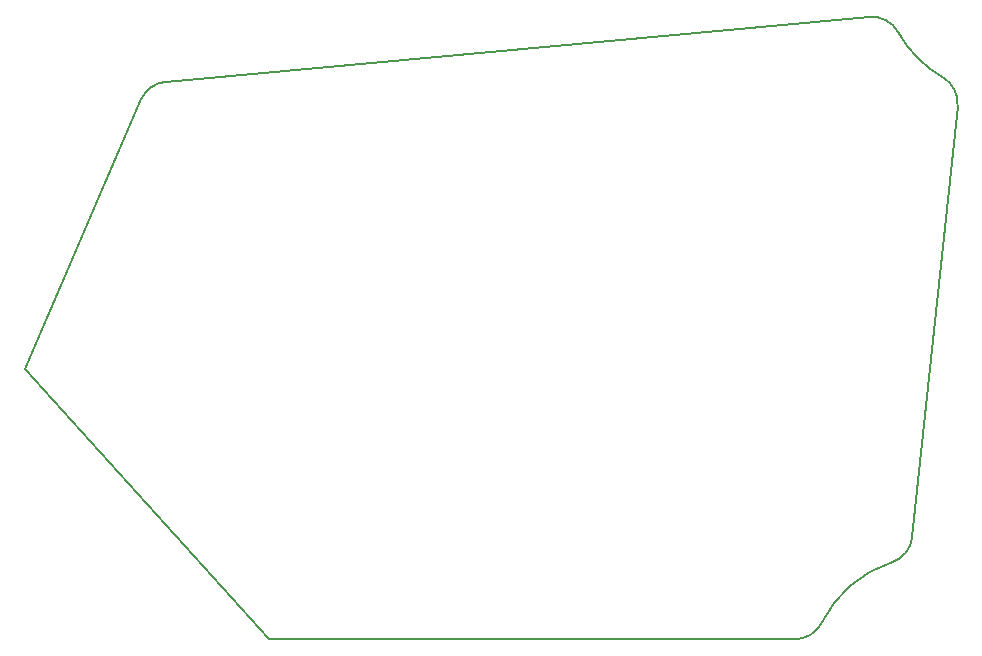
<source format=gm1>
G04 #@! TF.GenerationSoftware,KiCad,Pcbnew,5.0.2-bee76a0~70~ubuntu18.04.1*
G04 #@! TF.CreationDate,2019-04-11T22:59:15-04:00*
G04 #@! TF.ProjectId,throttle,7468726f-7474-46c6-952e-6b696361645f,rev?*
G04 #@! TF.SameCoordinates,Original*
G04 #@! TF.FileFunction,Profile,NP*
%FSLAX46Y46*%
G04 Gerber Fmt 4.6, Leading zero omitted, Abs format (unit mm)*
G04 Created by KiCad (PCBNEW 5.0.2-bee76a0~70~ubuntu18.04.1) date Thu 11 Apr 2019 10:59:15 PM EDT*
%MOMM*%
%LPD*%
G01*
G04 APERTURE LIST*
%ADD10C,0.150000*%
%ADD11C,0.200000*%
G04 APERTURE END LIST*
D10*
X37465000Y-61023500D02*
X58166000Y-83883500D01*
D11*
X102587663Y-83914509D02*
X58166000Y-83883500D01*
X111421773Y-32510014D02*
G75*
G03X108968919Y-31216455I-2219172J-1235669D01*
G01*
X111421773Y-32510014D02*
G75*
G03X115196651Y-36332714I8765728J4880891D01*
G01*
X49421713Y-36718171D02*
X108968919Y-31216455D01*
X116459231Y-38801657D02*
G75*
G03X115196651Y-36332714I-2526086J265502D01*
G01*
X47348180Y-38185159D02*
X37465000Y-61023500D01*
X110879358Y-77409032D02*
G75*
G03X104962541Y-82503798I3072209J-9551053D01*
G01*
X49421713Y-36718171D02*
G75*
G03X47348180Y-38185159I233682J-2529227D01*
G01*
X116459229Y-38801658D02*
X112627666Y-75256546D01*
X102591376Y-83913830D02*
G75*
G03X104962541Y-82503798I95462J2538205D01*
G01*
X110879356Y-77409030D02*
G75*
G03X112627666Y-75256546I-777774J2417986D01*
G01*
M02*

</source>
